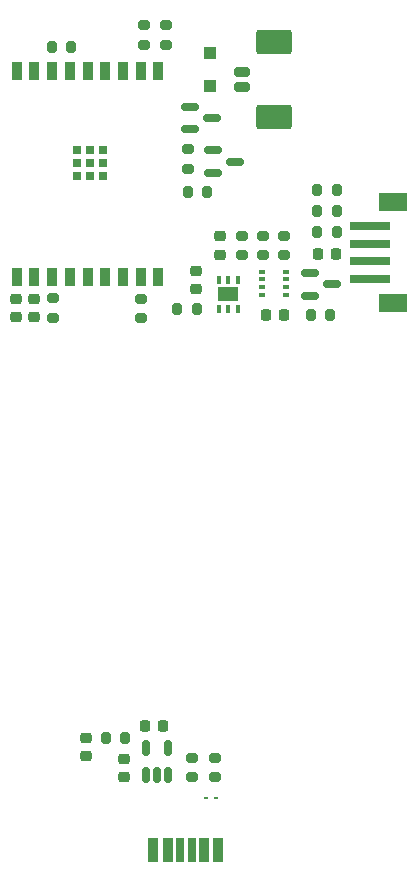
<source format=gtp>
G04 #@! TF.GenerationSoftware,KiCad,Pcbnew,8.0.7*
G04 #@! TF.CreationDate,2025-08-07T07:41:48-04:00*
G04 #@! TF.ProjectId,room_environment_monitor,726f6f6d-5f65-46e7-9669-726f6e6d656e,rev?*
G04 #@! TF.SameCoordinates,Original*
G04 #@! TF.FileFunction,Paste,Top*
G04 #@! TF.FilePolarity,Positive*
%FSLAX46Y46*%
G04 Gerber Fmt 4.6, Leading zero omitted, Abs format (unit mm)*
G04 Created by KiCad (PCBNEW 8.0.7) date 2025-08-07 07:41:48*
%MOMM*%
%LPD*%
G01*
G04 APERTURE LIST*
G04 Aperture macros list*
%AMRoundRect*
0 Rectangle with rounded corners*
0 $1 Rounding radius*
0 $2 $3 $4 $5 $6 $7 $8 $9 X,Y pos of 4 corners*
0 Add a 4 corners polygon primitive as box body*
4,1,4,$2,$3,$4,$5,$6,$7,$8,$9,$2,$3,0*
0 Add four circle primitives for the rounded corners*
1,1,$1+$1,$2,$3*
1,1,$1+$1,$4,$5*
1,1,$1+$1,$6,$7*
1,1,$1+$1,$8,$9*
0 Add four rect primitives between the rounded corners*
20,1,$1+$1,$2,$3,$4,$5,0*
20,1,$1+$1,$4,$5,$6,$7,0*
20,1,$1+$1,$6,$7,$8,$9,0*
20,1,$1+$1,$8,$9,$2,$3,0*%
G04 Aperture macros list end*
%ADD10RoundRect,0.200000X0.275000X-0.200000X0.275000X0.200000X-0.275000X0.200000X-0.275000X-0.200000X0*%
%ADD11RoundRect,0.200000X0.200000X0.275000X-0.200000X0.275000X-0.200000X-0.275000X0.200000X-0.275000X0*%
%ADD12RoundRect,0.225000X0.225000X0.250000X-0.225000X0.250000X-0.225000X-0.250000X0.225000X-0.250000X0*%
%ADD13RoundRect,0.200000X0.450000X-0.200000X0.450000X0.200000X-0.450000X0.200000X-0.450000X-0.200000X0*%
%ADD14RoundRect,0.250001X1.249999X-0.799999X1.249999X0.799999X-1.249999X0.799999X-1.249999X-0.799999X0*%
%ADD15R,0.900000X1.500000*%
%ADD16R,0.700000X0.700000*%
%ADD17RoundRect,0.200000X-0.200000X-0.275000X0.200000X-0.275000X0.200000X0.275000X-0.200000X0.275000X0*%
%ADD18RoundRect,0.150000X0.150000X-0.512500X0.150000X0.512500X-0.150000X0.512500X-0.150000X-0.512500X0*%
%ADD19RoundRect,0.250000X-0.300000X0.300000X-0.300000X-0.300000X0.300000X-0.300000X0.300000X0.300000X0*%
%ADD20RoundRect,0.150000X-0.587500X-0.150000X0.587500X-0.150000X0.587500X0.150000X-0.587500X0.150000X0*%
%ADD21RoundRect,0.225000X0.250000X-0.225000X0.250000X0.225000X-0.250000X0.225000X-0.250000X-0.225000X0*%
%ADD22RoundRect,0.225000X-0.225000X-0.250000X0.225000X-0.250000X0.225000X0.250000X-0.225000X0.250000X0*%
%ADD23RoundRect,0.218750X0.256250X-0.218750X0.256250X0.218750X-0.256250X0.218750X-0.256250X-0.218750X0*%
%ADD24RoundRect,0.200000X-0.275000X0.200000X-0.275000X-0.200000X0.275000X-0.200000X0.275000X0.200000X0*%
%ADD25R,0.500000X0.350000*%
%ADD26RoundRect,0.225000X-0.250000X0.225000X-0.250000X-0.225000X0.250000X-0.225000X0.250000X0.225000X0*%
%ADD27RoundRect,0.062500X0.117500X0.062500X-0.117500X0.062500X-0.117500X-0.062500X0.117500X-0.062500X0*%
%ADD28R,3.352800X0.711200*%
%ADD29R,2.387600X1.600200*%
%ADD30R,0.355600X0.762000*%
%ADD31R,1.701800X1.244600*%
%ADD32R,0.711200X2.006600*%
%ADD33R,0.812800X2.006600*%
%ADD34R,0.889000X2.006600*%
G04 APERTURE END LIST*
D10*
X98800000Y-97025000D03*
X98800000Y-95375000D03*
D11*
X122225000Y-96800000D03*
X120575000Y-96800000D03*
D10*
X114750000Y-91725000D03*
X114750000Y-90075000D03*
D12*
X122750000Y-91600000D03*
X121200000Y-91600000D03*
D13*
X114750000Y-77450000D03*
X114750000Y-76200000D03*
D14*
X117500000Y-80000000D03*
X117500000Y-73650000D03*
D11*
X122800000Y-89800000D03*
X121150000Y-89800000D03*
D15*
X95700000Y-93610000D03*
X97200000Y-93610000D03*
X98700000Y-93610000D03*
X100200000Y-93610000D03*
X101700000Y-93610000D03*
X103200000Y-93610000D03*
X104700000Y-93610000D03*
X106200000Y-93610000D03*
X107700000Y-93610000D03*
X107700000Y-76110000D03*
X106200000Y-76110000D03*
X104700000Y-76110000D03*
X103200000Y-76110000D03*
X101700000Y-76110000D03*
X100200000Y-76110000D03*
X98700000Y-76110000D03*
X97200000Y-76110000D03*
X95700000Y-76110000D03*
D16*
X100800000Y-85000000D03*
X101900000Y-85000000D03*
X103000000Y-85000000D03*
X100800000Y-83950000D03*
X101900000Y-83950000D03*
X103000000Y-83950000D03*
X100800000Y-82800000D03*
X101900000Y-82800000D03*
X103000000Y-82800000D03*
D17*
X110175000Y-86400000D03*
X111825000Y-86400000D03*
D18*
X106625000Y-135762500D03*
X107575000Y-135762500D03*
X108525000Y-135762500D03*
X108525000Y-133487500D03*
X106625000Y-133487500D03*
D19*
X112100000Y-74600000D03*
X112100000Y-77400000D03*
D11*
X122800000Y-88000000D03*
X121150000Y-88000000D03*
D20*
X112325000Y-82850000D03*
X112325000Y-84750000D03*
X114200000Y-83800000D03*
D10*
X112500000Y-135950000D03*
X112500000Y-134300000D03*
X108300000Y-73925000D03*
X108300000Y-72275000D03*
D21*
X112900000Y-91675000D03*
X112900000Y-90125000D03*
D11*
X122800000Y-86200000D03*
X121150000Y-86200000D03*
D22*
X106550000Y-131625000D03*
X108100000Y-131625000D03*
D17*
X109275001Y-96324600D03*
X110925001Y-96324600D03*
D10*
X110500000Y-135950000D03*
X110500000Y-134300000D03*
X106200000Y-97050000D03*
X106200000Y-95400000D03*
D23*
X101575000Y-134162500D03*
X101575000Y-132587500D03*
D10*
X110200000Y-84425000D03*
X110200000Y-82775000D03*
D21*
X104825000Y-135900000D03*
X104825000Y-134350000D03*
D24*
X118350000Y-90075000D03*
X118350000Y-91725000D03*
D20*
X120525000Y-93250000D03*
X120525000Y-95150000D03*
X122400000Y-94200000D03*
D25*
X116450000Y-95075000D03*
X116450000Y-94425000D03*
X116450000Y-93775000D03*
X116450000Y-93125000D03*
X118500000Y-93125000D03*
X118500000Y-93775000D03*
X118500000Y-94425000D03*
X118500000Y-95075000D03*
D26*
X95600000Y-95425000D03*
X95600000Y-96975000D03*
D10*
X116550000Y-91725000D03*
X116550000Y-90075000D03*
D11*
X104900000Y-132625000D03*
X103250000Y-132625000D03*
D12*
X118350000Y-96800000D03*
X116800000Y-96800000D03*
D26*
X97200000Y-95425000D03*
X97200000Y-96975000D03*
D27*
X111710000Y-137650000D03*
X112550000Y-137650000D03*
D28*
X125645800Y-89249999D03*
X125645800Y-90749999D03*
X125645800Y-92250001D03*
X125645800Y-93750001D03*
D29*
X127528448Y-87199998D03*
X127528448Y-95800002D03*
D20*
X110375000Y-79150000D03*
X110375000Y-81050000D03*
X112250000Y-80100000D03*
D10*
X106500000Y-73925000D03*
X106500000Y-72275000D03*
D17*
X98675000Y-74100000D03*
X100325000Y-74100000D03*
D30*
X112800000Y-96289200D03*
X113600001Y-96289200D03*
X114400002Y-96289200D03*
X114400002Y-93800000D03*
X113600001Y-93800000D03*
X112800000Y-93800000D03*
D31*
X113600001Y-95044600D03*
D32*
X110499999Y-142100000D03*
D33*
X108480000Y-142100000D03*
D34*
X107250000Y-142100000D03*
D32*
X109500001Y-142100000D03*
D33*
X111520000Y-142100000D03*
D34*
X112750000Y-142100000D03*
D21*
X110900001Y-94619600D03*
X110900001Y-93069600D03*
M02*

</source>
